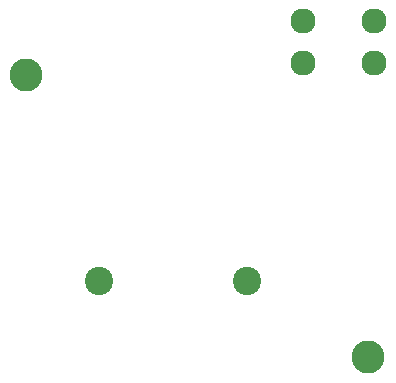
<source format=gbr>
%TF.GenerationSoftware,KiCad,Pcbnew,(5.1.5)-3*%
%TF.CreationDate,2020-09-26T15:15:01-05:00*%
%TF.ProjectId,BPS-ShuntResistorPCB,4250532d-5368-4756-9e74-526573697374,rev?*%
%TF.SameCoordinates,Original*%
%TF.FileFunction,Soldermask,Bot*%
%TF.FilePolarity,Negative*%
%FSLAX46Y46*%
G04 Gerber Fmt 4.6, Leading zero omitted, Abs format (unit mm)*
G04 Created by KiCad (PCBNEW (5.1.5)-3) date 2020-09-26 15:15:01*
%MOMM*%
%LPD*%
G04 APERTURE LIST*
%ADD10C,2.800000*%
%ADD11C,2.128000*%
%ADD12C,2.400000*%
G04 APERTURE END LIST*
D10*
%TO.C,H2*%
X178816000Y-102489000D03*
%TD*%
%TO.C,H1*%
X149860000Y-78613000D03*
%TD*%
D11*
%TO.C,J1*%
X173324000Y-74041000D03*
X173324000Y-77589000D03*
X179324000Y-74041000D03*
X179324000Y-77589000D03*
%TD*%
D12*
%TO.C,R1*%
X168579800Y-96037400D03*
X156006800Y-96037400D03*
%TD*%
M02*

</source>
